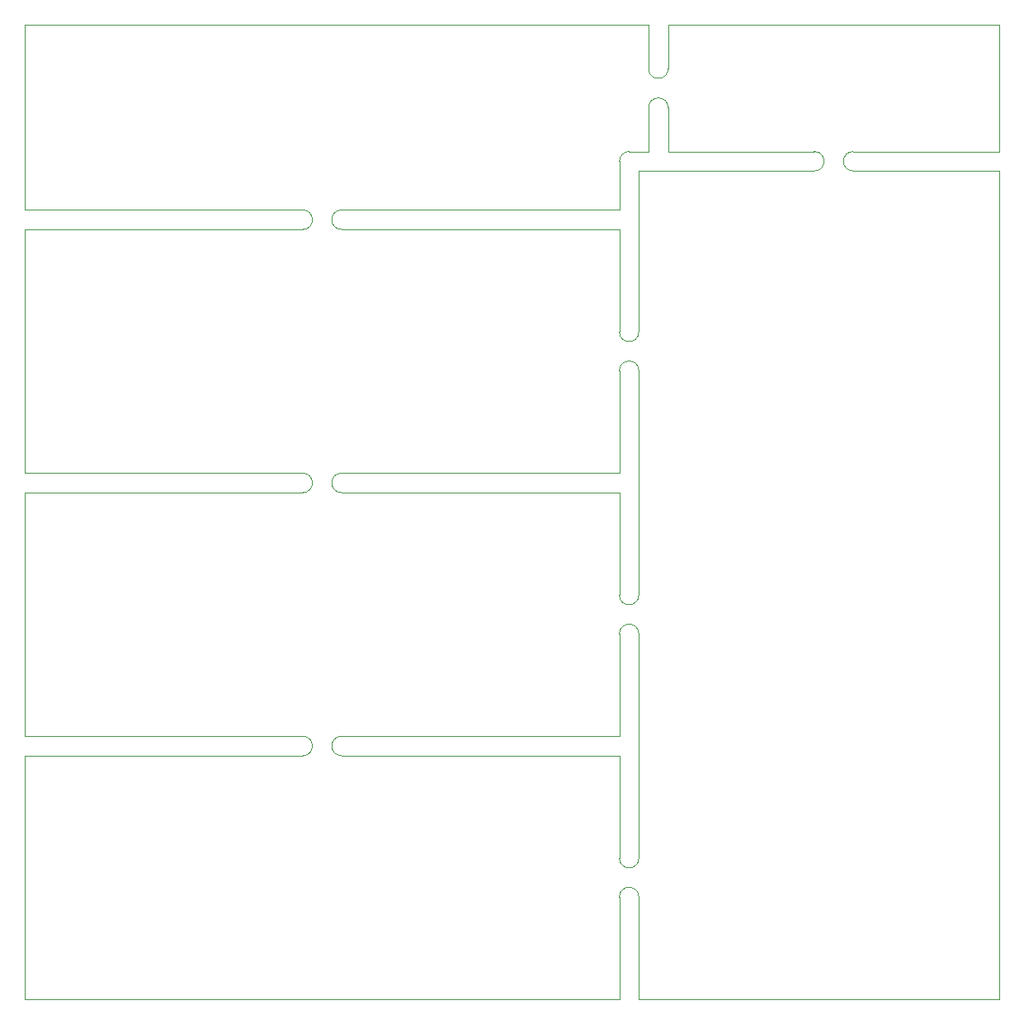
<source format=gm1>
%TF.GenerationSoftware,KiCad,Pcbnew,9.0.2*%
%TF.CreationDate,2025-06-27T09:24:05+02:00*%
%TF.ProjectId,led_driver_220v_p2,6c65645f-6472-4697-9665-725f32323076,rev?*%
%TF.SameCoordinates,Original*%
%TF.FileFunction,Profile,NP*%
%FSLAX46Y46*%
G04 Gerber Fmt 4.6, Leading zero omitted, Abs format (unit mm)*
G04 Created by KiCad (PCBNEW 9.0.2) date 2025-06-27 09:24:05*
%MOMM*%
%LPD*%
G01*
G04 APERTURE LIST*
%TA.AperFunction,Profile*%
%ADD10C,0.050000*%
%TD*%
%TA.AperFunction,Profile*%
%ADD11C,0.100000*%
%TD*%
G04 APERTURE END LIST*
D10*
X109000000Y-53000000D02*
X109000000Y-48500000D01*
X109000000Y-48500000D02*
G75*
G02*
X111000000Y-48500000I1000000J0D01*
G01*
X108000000Y-102500000D02*
X108000000Y-125500000D01*
X145000000Y-55000000D02*
X130000000Y-55000000D01*
X45000000Y-86000000D02*
X73500000Y-86000000D01*
X108000000Y-71500000D02*
G75*
G02*
X106000000Y-71500000I-1000000J0D01*
G01*
D11*
X145000000Y-40000000D02*
X145000000Y-53000000D01*
D10*
X45000000Y-88000000D02*
X73500000Y-88000000D01*
X108000000Y-129500000D02*
X108000000Y-140000000D01*
X73500000Y-113000000D02*
G75*
G02*
X73500000Y-115000000I0J-1000000D01*
G01*
X77500000Y-88000000D02*
X106000000Y-88000000D01*
X106000000Y-61000000D02*
X106000000Y-71500000D01*
X108000000Y-98500000D02*
G75*
G02*
X106000000Y-98500000I-1000000J0D01*
G01*
X45000000Y-140000000D02*
X45000000Y-115000000D01*
X45000000Y-61000000D02*
X45000000Y-86000000D01*
X130000000Y-53000000D02*
X145000000Y-53000000D01*
X106000000Y-102500000D02*
G75*
G02*
X108000000Y-102500000I1000000J0D01*
G01*
X106000000Y-102500000D02*
X106000000Y-113000000D01*
X77500000Y-113000000D02*
X106000000Y-113000000D01*
X107000000Y-53000000D02*
X109000000Y-53000000D01*
X73500000Y-59000000D02*
G75*
G02*
X73500000Y-61000000I0J-1000000D01*
G01*
X106000000Y-75500000D02*
G75*
G02*
X108000000Y-75500000I1000000J0D01*
G01*
X106000000Y-59000000D02*
X106000000Y-54000000D01*
X77500000Y-61000000D02*
X106000000Y-61000000D01*
X73500000Y-86000000D02*
G75*
G02*
X73500000Y-88000000I0J-1000000D01*
G01*
X108000000Y-140000000D02*
X145000000Y-140000000D01*
X130000000Y-55000000D02*
G75*
G02*
X130000000Y-53000000I0J1000000D01*
G01*
X77500000Y-115000000D02*
G75*
G02*
X77500000Y-113000000I0J1000000D01*
G01*
X111000000Y-44500000D02*
G75*
G02*
X109000000Y-44500000I-1000000J0D01*
G01*
X73500000Y-113000000D02*
X45000000Y-113000000D01*
X109000000Y-44500000D02*
X109000000Y-40000000D01*
X111000000Y-44500000D02*
X111000000Y-40000000D01*
X109000000Y-40000000D02*
X45000000Y-40000000D01*
X77500000Y-59000000D02*
X106000000Y-59000000D01*
D11*
X73500000Y-59000000D02*
X45000000Y-59000000D01*
D10*
X108000000Y-125500000D02*
G75*
G02*
X106000000Y-125500000I-1000000J0D01*
G01*
X106000000Y-129500000D02*
G75*
G02*
X108000000Y-129500000I1000000J0D01*
G01*
X106000000Y-54000000D02*
G75*
G02*
X107000000Y-53000000I1000000J0D01*
G01*
X45000000Y-61000000D02*
X73500000Y-61000000D01*
X126000000Y-53000000D02*
G75*
G02*
X126000000Y-55000000I0J-1000000D01*
G01*
X106000000Y-140000000D02*
X45000000Y-140000000D01*
X145000000Y-140000000D02*
X145000000Y-55000000D01*
X108000000Y-75500000D02*
X108000000Y-98500000D01*
X111000000Y-53000000D02*
X126000000Y-53000000D01*
X77500000Y-61000000D02*
G75*
G02*
X77500000Y-59000000I0J1000000D01*
G01*
X77500000Y-88000000D02*
G75*
G02*
X77500000Y-86000000I0J1000000D01*
G01*
X126000000Y-55000000D02*
X108000000Y-55000000D01*
X106000000Y-129500000D02*
X106000000Y-140000000D01*
X77500000Y-115000000D02*
X106000000Y-115000000D01*
X111000000Y-48500000D02*
X111000000Y-53000000D01*
X77500000Y-86000000D02*
X106000000Y-86000000D01*
X106000000Y-75500000D02*
X106000000Y-86000000D01*
X111000000Y-40000000D02*
X145000000Y-40000000D01*
X45000000Y-113000000D02*
X45000000Y-88000000D01*
X108000000Y-55000000D02*
X108000000Y-71500000D01*
X106000000Y-115000000D02*
X106000000Y-125500000D01*
X45000000Y-115000000D02*
X73500000Y-115000000D01*
D11*
X45000000Y-59000000D02*
X45000000Y-40000000D01*
D10*
X106000000Y-88000000D02*
X106000000Y-98500000D01*
M02*

</source>
